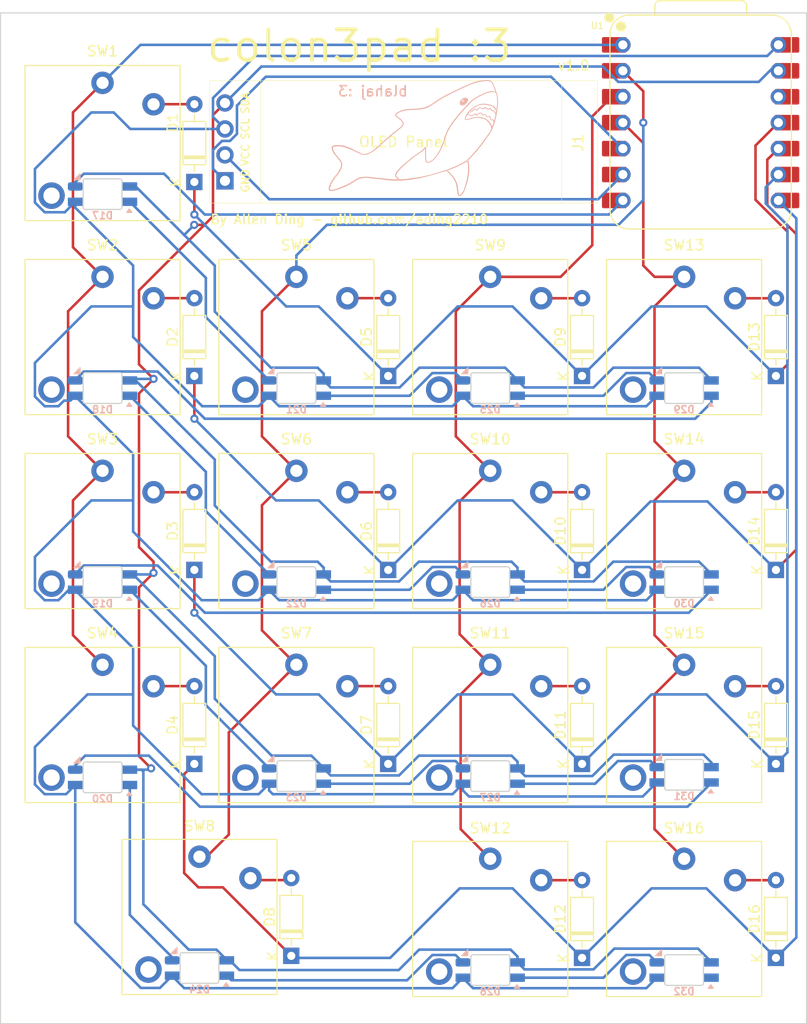
<source format=kicad_pcb>
(kicad_pcb (version 20240108) (generator "pcbnew") (generator_version "8.0")
  (layers (0 "F.Cu" signal) (31 "B.Cu" signal) (34 "B.Paste" user) (35 "F.Paste" user) (36 "B.SilkS" user "B.Silkscreen") (37 "F.SilkS" user "F.Silkscreen") (38 "B.Mask" user) (39 "F.Mask" user) (44 "Edge.Cuts" user))
  (net 0 "")
  (net 1 "/DATA")
  (net 2 "Net-(D17-DOUT)")
  (net 3 "GND")
  (net 4 "+5V")
  (net 5 "Net-(D18-DOUT)")
  (net 6 "Net-(D18-DIN)")
  (net 7 "Net-(D19-DOUT)")
  (net 8 "Net-(D19-DIN)")
  (net 9 "Net-(D20-DIN)")
  (net 10 "Net-(D20-DOUT)")
  (net 11 "Net-(D21-DOUT)")
  (net 12 "Net-(D22-DOUT)")
  (net 13 "Net-(D23-DOUT)")
  (net 14 "Net-(D24-DOUT)")
  (net 15 "Net-(D25-DOUT)")
  (net 16 "Net-(D26-DOUT)")
  (net 17 "Net-(D27-DOUT)")
  (net 18 "Net-(D28-DOUT)")
  (net 20 "Net-(D1-A)")
  (net 21 "/ROW1")
  (net 22 "/ROW2")
  (net 23 "Net-(D2-A)")
  (net 24 "Net-(D3-A)")
  (net 25 "/ROW3")
  (net 26 "/ROW4")
  (net 27 "Net-(D4-A)")
  (net 28 "Net-(D5-A)")
  (net 29 "Net-(D6-A)")
  (net 30 "Net-(D7-A)")
  (net 31 "Net-(D8-A)")
  (net 32 "Net-(D9-A)")
  (net 33 "Net-(D10-A)")
  (net 34 "Net-(D11-A)")
  (net 35 "Net-(D12-A)")
  (net 36 "Net-(D13-A)")
  (net 37 "Net-(D14-A)")
  (net 38 "Net-(D15-A)")
  (net 39 "Net-(D16-A)")
  (net 40 "/SCL")
  (net 41 "/SDA")
  (net 42 "/COL1")
  (net 43 "/COL2")
  (net 44 "/COL3")
  (net 45 "/COL4")
  (footprint "Diode_THT:D_DO-35_SOD27_P7.62mm_Horizontal" (layer "F.Cu") (at 92 57.81 90)
    (property "Reference" "D1")
    (property "Value" "D")
  )
  (footprint "Switch_Keyboard_Kailh:SW_Kailh_Choc_V2_1.00u" (layer "F.Cu") (at 102 111)
    (property "Reference" "SW7")
    (property "Value" "SW_Push")
  )
  (footprint "Switch_Keyboard_Kailh:SW_Kailh_Choc_V2_1.00u" (layer "F.Cu") (at 121 111)
    (property "Reference" "SW11")
    (property "Value" "SW_Push")
  )
  (footprint "OPL:XIAO-RP2040-DIP" (layer "F.Cu") (at 141.62 52)
    (property "Reference" "U1")
    (property "Value" "XIAO-RP2040-DIP")
  )
  (footprint "Diode_THT:D_DO-35_SOD27_P7.62mm_Horizontal" (layer "F.Cu") (at 149 114.81 90)
    (property "Reference" "D15")
    (property "Value" "D")
  )
  (footprint "KiCad-SSD1306-0.91-OLED-4pin-128x32:SSD1306-0.91-OLED-4pin-128x32" (layer "F.Cu") (at 131.5 59.885 180)
    (property "Reference" "J1")
    (property "Value" "Conn_01x04")
  )
  (footprint "Diode_THT:D_DO-35_SOD27_P7.62mm_Horizontal" (layer "F.Cu") (at 111 95.81 90)
    (property "Reference" "D6")
    (property "Value" "D")
  )
  (footprint "Switch_Keyboard_Kailh:SW_Kailh_Choc_V2_1.00u" (layer "F.Cu") (at 140 73)
    (property "Reference" "SW13")
    (property "Value" "SW_Push")
  )
  (footprint "Switch_Keyboard_Kailh:SW_Kailh_Choc_V2_1.00u" (layer "F.Cu") (at 102 92)
    (property "Reference" "SW6")
    (property "Value" "SW_Push")
  )
  (footprint "Diode_THT:D_DO-35_SOD27_P7.62mm_Horizontal" (layer "F.Cu") (at 130 95.81 90)
    (property "Reference" "D10")
    (property "Value" "D")
  )
  (footprint "Switch_Keyboard_Kailh:SW_Kailh_Choc_V2_1.00u" (layer "F.Cu") (at 102 73)
    (property "Reference" "SW5")
    (property "Value" "SW_Push")
  )
  (footprint "Switch_Keyboard_Kailh:SW_Kailh_Choc_V2_1.00u" (layer "F.Cu") (at 140 111)
    (property "Reference" "SW15")
    (property "Value" "SW_Push")
  )
  (footprint "Switch_Keyboard_Kailh:SW_Kailh_Choc_V2_1.00u" (layer "F.Cu") (at 92.5 129.8)
    (property "Reference" "SW8")
    (property "Value" "SW_Push")
  )
  (footprint "Diode_THT:D_DO-35_SOD27_P7.62mm_Horizontal" (layer "F.Cu") (at 111 114.81 90)
    (property "Reference" "D7")
    (property "Value" "D")
  )
  (footprint "Diode_THT:D_DO-35_SOD27_P7.62mm_Horizontal" (layer "F.Cu") (at 92 76.81 90)
    (property "Reference" "D2")
    (property "Value" "D")
  )
  (footprint "Diode_THT:D_DO-35_SOD27_P7.62mm_Horizontal" (layer "F.Cu") (at 101.5 133.61 90)
    (property "Reference" "D8")
    (property "Value" "D")
  )
  (footprint "Diode_THT:D_DO-35_SOD27_P7.62mm_Horizontal" (layer "F.Cu") (at 92 114.81 90)
    (property "Reference" "D4")
    (property "Value" "D")
  )
  (footprint "Switch_Keyboard_Kailh:SW_Kailh_Choc_V2_1.00u" (layer "F.Cu") (at 83 111)
    (property "Reference" "SW4")
    (property "Value" "SW_Push")
  )
  (footprint "Diode_THT:D_DO-35_SOD27_P7.62mm_Horizontal" (layer "F.Cu") (at 149 95.81 90)
    (property "Reference" "D14")
    (property "Value" "D")
  )
  (footprint "Switch_Keyboard_Kailh:SW_Kailh_Choc_V2_1.00u" (layer "F.Cu") (at 83 54)
    (property "Reference" "SW1")
    (property "Value" "SW_Push")
  )
  (footprint "Switch_Keyboard_Kailh:SW_Kailh_Choc_V2_1.00u" (layer "F.Cu") (at 140 130)
    (property "Reference" "SW16")
    (property "Value" "SW_Push")
  )
  (footprint "Diode_THT:D_DO-35_SOD27_P7.62mm_Horizontal" (layer "F.Cu") (at 111 76.81 90)
    (property "Reference" "D5")
    (property "Value" "D")
  )
  (footprint "Diode_THT:D_DO-35_SOD27_P7.62mm_Horizontal" (layer "F.Cu") (at 130 133.81 90)
    (property "Reference" "D12")
    (property "Value" "D")
  )
  (footprint "Switch_Keyboard_Kailh:SW_Kailh_Choc_V2_1.00u" (layer "F.Cu") (at 121 73)
    (property "Reference" "SW9")
    (property "Value" "SW_Push")
  )
  (footprint "Diode_THT:D_DO-35_SOD27_P7.62mm_Horizontal" (layer "F.Cu") (at 149 76.81 90)
    (property "Reference" "D13")
    (property "Value" "D")
  )
  (footprint "Diode_THT:D_DO-35_SOD27_P7.62mm_Horizontal" (layer "F.Cu") (at 130 76.81 90)
    (property "Reference" "D9")
    (property "Value" "D")
  )
  (footprint "Diode_THT:D_DO-35_SOD27_P7.62mm_Horizontal" (layer "F.Cu") (at 92 95.81 90)
    (property "Reference" "D3")
    (property "Value" "D")
  )
  (footprint "Switch_Keyboard_Kailh:SW_Kailh_Choc_V2_1.00u" (layer "F.Cu") (at 83 73)
    (property "Reference" "SW2")
    (property "Value" "SW_Push")
  )
  (footprint "Diode_THT:D_DO-35_SOD27_P7.62mm_Horizontal" (layer "F.Cu") (at 149 133.81 90)
    (property "Reference" "D16")
    (property "Value" "D")
  )
  (footprint "Switch_Keyboard_Kailh:SW_Kailh_Choc_V2_1.00u" (layer "F.Cu") (at 140 92)
    (property "Reference" "SW14")
    (property "Value" "SW_Push")
  )
  (footprint "Diode_THT:D_DO-35_SOD27_P7.62mm_Horizontal" (layer "F.Cu") (at 130 114.81 90)
    (property "Reference" "D11")
    (property "Value" "D")
  )
  (footprint "Switch_Keyboard_Kailh:SW_Kailh_Choc_V2_1.00u" (layer "F.Cu") (at 121 130)
    (property "Reference" "SW12")
    (property "Value" "SW_Push")
  )
  (footprint "Switch_Keyboard_Kailh:SW_Kailh_Choc_V2_1.00u" (layer "F.Cu") (at 121 92)
    (property "Reference" "SW10")
    (property "Value" "SW_Push")
  )
  (footprint "Switch_Keyboard_Kailh:SW_Kailh_Choc_V2_1.00u" (layer "F.Cu") (at 83 92)
    (property "Reference" "SW3")
    (property "Value" "SW_Push")
  )
  (footprint "Keebio-Parts:SK6812-MINI-E" (layer "B.Cu") (at 83 78 180)
    (property "Reference" "D18")
    (property "Value" "SK6812MINI" (hide yes))
    (fp_line (start 1.9 -1.3) (end 1.9 1.3) (stroke (width 0.12)) (layer "Edge.Cuts"))
    (fp_line (start 1.7 1.5) (end -1.7 1.5) (stroke (width 0.12)) (layer "Edge.Cuts"))
    (fp_line (start -1.7 -1.5) (end 1.7 -1.5) (stroke (width 0.12)) (layer "Edge.Cuts"))
    (fp_line (start -1.9 1.3) (end -1.9 -1.3) (stroke (width 0.12)) (layer "Edge.Cuts"))
    (fp_arc (start 1.9 1.3) (mid 1.841421 1.441421) (end 1.7 1.5) (stroke (width 0.12)) (layer "Edge.Cuts"))
    (fp_arc (start 1.7 -1.5) (mid 1.841421 -1.441421) (end 1.9 -1.3) (stroke (width 0.12)) (layer "Edge.Cuts"))
    (fp_arc (start -1.7 1.5) (mid -1.841421 1.441421) (end -1.9 1.3) (stroke (width 0.12)) (layer "Edge.Cuts"))
    (fp_arc (start -1.9 -1.3) (mid -1.841421 -1.441421) (end -1.7 -1.5) (stroke (width 0.12)) (layer "Edge.Cuts"))
  )
  (footprint "Keebio-Parts:SK6812-MINI-E" (layer "B.Cu") (at 83 97 180)
    (property "Reference" "D19")
    (property "Value" "SK6812MINI" (hide yes))
    (fp_line (start 1.9 -1.3) (end 1.9 1.3) (stroke (width 0.12)) (layer "Edge.Cuts"))
    (fp_line (start 1.7 1.5) (end -1.7 1.5) (stroke (width 0.12)) (layer "Edge.Cuts"))
    (fp_line (start -1.7 -1.5) (end 1.7 -1.5) (stroke (width 0.12)) (layer "Edge.Cuts"))
    (fp_line (start -1.9 1.3) (end -1.9 -1.3) (stroke (width 0.12)) (layer "Edge.Cuts"))
    (fp_arc (start 1.9 1.3) (mid 1.841421 1.441421) (end 1.7 1.5) (stroke (width 0.12)) (layer "Edge.Cuts"))
    (fp_arc (start 1.7 -1.5) (mid 1.841421 -1.441421) (end 1.9 -1.3) (stroke (width 0.12)) (layer "Edge.Cuts"))
    (fp_arc (start -1.7 1.5) (mid -1.841421 1.441421) (end -1.9 1.3) (stroke (width 0.12)) (layer "Edge.Cuts"))
    (fp_arc (start -1.9 -1.3) (mid -1.841421 -1.441421) (end -1.7 -1.5) (stroke (width 0.12)) (layer "Edge.Cuts"))
  )
  (footprint "Keebio-Parts:SK6812-MINI-E" (layer "B.Cu") (at 102 78 180)
    (property "Reference" "D21")
    (property "Value" "SK6812MINI" (hide yes))
    (fp_line (start 1.9 -1.3) (end 1.9 1.3) (stroke (width 0.12)) (layer "Edge.Cuts"))
    (fp_line (start 1.7 1.5) (end -1.7 1.5) (stroke (width 0.12)) (layer "Edge.Cuts"))
    (fp_line (start -1.7 -1.5) (end 1.7 -1.5) (stroke (width 0.12)) (layer "Edge.Cuts"))
    (fp_line (start -1.9 1.3) (end -1.9 -1.3) (stroke (width 0.12)) (layer "Edge.Cuts"))
    (fp_arc (start 1.9 1.3) (mid 1.841421 1.441421) (end 1.7 1.5) (stroke (width 0.12)) (layer "Edge.Cuts"))
    (fp_arc (start 1.7 -1.5) (mid 1.841421 -1.441421) (end 1.9 -1.3) (stroke (width 0.12)) (layer "Edge.Cuts"))
    (fp_arc (start -1.7 1.5) (mid -1.841421 1.441421) (end -1.9 1.3) (stroke (width 0.12)) (layer "Edge.Cuts"))
    (fp_arc (start -1.9 -1.3) (mid -1.841421 -1.441421) (end -1.7 -1.5) (stroke (width 0.12)) (layer "Edge.Cuts"))
  )
  (footprint "Keebio-Parts:SK6812-MINI-E" (layer "B.Cu") (at 140 115.875 180)
    (property "Reference" "D31")
    (property "Value" "SK6812MINI" (hide yes))
    (fp_line (start 1.9 -1.3) (end 1.9 1.3) (stroke (width 0.12)) (layer "Edge.Cuts"))
    (fp_line (start 1.7 1.5) (end -1.7 1.5) (stroke (width 0.12)) (layer "Edge.Cuts"))
    (fp_line (start -1.7 -1.5) (end 1.7 -1.5) (stroke (width 0.12)) (layer "Edge.Cuts"))
    (fp_line (start -1.9 1.3) (end -1.9 -1.3) (stroke (width 0.12)) (layer "Edge.Cuts"))
    (fp_arc (start 1.9 1.3) (mid 1.841421 1.441421) (end 1.7 1.5) (stroke (width 0.12)) (layer "Edge.Cuts"))
    (fp_arc (start 1.7 -1.5) (mid 1.841421 -1.441421) (end 1.9 -1.3) (stroke (width 0.12)) (layer "Edge.Cuts"))
    (fp_arc (start -1.7 1.5) (mid -1.841421 1.441421) (end -1.9 1.3) (stroke (width 0.12)) (layer "Edge.Cuts"))
    (fp_arc (start -1.9 -1.3) (mid -1.841421 -1.441421) (end -1.7 -1.5) (stroke (width 0.12)) (layer "Edge.Cuts"))
  )
  (footprint "Keebio-Parts:SK6812-MINI-E" (layer "B.Cu") (at 121 97 180)
    (property "Reference" "D26")
    (property "Value" "SK6812MINI" (hide yes))
    (fp_line (start 1.9 -1.3) (end 1.9 1.3) (stroke (width 0.12)) (layer "Edge.Cuts"))
    (fp_line (start 1.7 1.5) (end -1.7 1.5) (stroke (width 0.12)) (layer "Edge.Cuts"))
    (fp_line (start -1.7 -1.5) (end 1.7 -1.5) (stroke (width 0.12)) (layer "Edge.Cuts"))
    (fp_line (start -1.9 1.3) (end -1.9 -1.3) (stroke (width 0.12)) (layer "Edge.Cuts"))
    (fp_arc (start 1.9 1.3) (mid 1.841421 1.441421) (end 1.7 1.5) (stroke (width 0.12)) (layer "Edge.Cuts"))
    (fp_arc (start 1.7 -1.5) (mid 1.841421 -1.441421) (end 1.9 -1.3) (stroke (width 0.12)) (layer "Edge.Cuts"))
    (fp_arc (start -1.7 1.5) (mid -1.841421 1.441421) (end -1.9 1.3) (stroke (width 0.12)) (layer "Edge.Cuts"))
    (fp_arc (start -1.9 -1.3) (mid -1.841421 -1.441421) (end -1.7 -1.5) (stroke (width 0.12)) (layer "Edge.Cuts"))
  )
  (footprint "LOGO" (layer "B.Cu") (at 113.5 53.5 180)
    (property "Reference" "G***" (hide yes))
    (property "Value" "LOGO" (hide yes))
  )
  (footprint "Keebio-Parts:SK6812-MINI-E" (layer "B.Cu") (at 140 135 180)
    (property "Reference" "D32")
    (property "Value" "SK6812MINI" (hide yes))
    (fp_line (start 1.9 -1.3) (end 1.9 1.3) (stroke (width 0.12)) (layer "Edge.Cuts"))
    (fp_line (start 1.7 1.5) (end -1.7 1.5) (stroke (width 0.12)) (layer "Edge.Cuts"))
    (fp_line (start -1.7 -1.5) (end 1.7 -1.5) (stroke (width 0.12)) (layer "Edge.Cuts"))
    (fp_line (start -1.9 1.3) (end -1.9 -1.3) (stroke (width 0.12)) (layer "Edge.Cuts"))
    (fp_arc (start 1.9 1.3) (mid 1.841421 1.441421) (end 1.7 1.5) (stroke (width 0.12)) (layer "Edge.Cuts"))
    (fp_arc (start 1.7 -1.5) (mid 1.841421 -1.441421) (end 1.9 -1.3) (stroke (width 0.12)) (layer "Edge.Cuts"))
    (fp_arc (start -1.7 1.5) (mid -1.841421 1.441421) (end -1.9 1.3) (stroke (width 0.12)) (layer "Edge.Cuts"))
    (fp_arc (start -1.9 -1.3) (mid -1.841421 -1.441421) (end -1.7 -1.5) (stroke (width 0.12)) (layer "Edge.Cuts"))
  )
  (footprint "Keebio-Parts:SK6812-MINI-E" (layer "B.Cu") (at 121 78 180)
    (property "Reference" "D25")
    (property "Value" "SK6812MINI" (hide yes))
    (fp_line (start 1.9 -1.3) (end 1.9 1.3) (stroke (width 0.12)) (layer "Edge.Cuts"))
    (fp_line (start 1.7 1.5) (end -1.7 1.5) (stroke (width 0.12)) (layer "Edge.Cuts"))
    (fp_line (start -1.7 -1.5) (end 1.7 -1.5) (stroke (width 0.12)) (layer "Edge.Cuts"))
    (fp_line (start -1.9 1.3) (end -1.9 -1.3) (stroke (width 0.12)) (layer "Edge.Cuts"))
    (fp_arc (start 1.9 1.3) (mid 1.841421 1.441421) (end 1.7 1.5) (stroke (width 0.12)) (layer "Edge.Cuts"))
    (fp_arc (start 1.7 -1.5) (mid 1.841421 -1.441421) (end 1.9 -1.3) (stroke (width 0.12)) (layer "Edge.Cuts"))
    (fp_arc (start -1.7 1.5) (mid -1.841421 1.441421) (end -1.9 1.3) (stroke (width 0.12)) (layer "Edge.Cuts"))
    (fp_arc (start -1.9 -1.3) (mid -1.841421 -1.441421) (end -1.7 -1.5) (stroke (width 0.12)) (layer "Edge.Cuts"))
  )
  (footprint "Keebio-Parts:SK6812-MINI-E" (layer "B.Cu") (at 102 116 180)
    (property "Reference" "D23")
    (property "Value" "SK6812MINI" (hide yes))
    (fp_line (start 1.9 -1.3) (end 1.9 1.3) (stroke (width 0.12)) (layer "Edge.Cuts"))
    (fp_line (start 1.7 1.5) (end -1.7 1.5) (stroke (width 0.12)) (layer "Edge.Cuts"))
    (fp_line (start -1.7 -1.5) (end 1.7 -1.5) (stroke (width 0.12)) (layer "Edge.Cuts"))
    (fp_line (start -1.9 1.3) (end -1.9 -1.3) (stroke (width 0.12)) (layer "Edge.Cuts"))
    (fp_arc (start 1.9 1.3) (mid 1.841421 1.441421) (end 1.7 1.5) (stroke (width 0.12)) (layer "Edge.Cuts"))
    (fp_arc (start 1.7 -1.5) (mid 1.841421 -1.441421) (end 1.9 -1.3) (stroke (width 0.12)) (layer "Edge.Cuts"))
    (fp_arc (start -1.7 1.5) (mid -1.841421 1.441421) (end -1.9 1.3) (stroke (width 0.12)) (layer "Edge.Cuts"))
    (fp_arc (start -1.9 -1.3) (mid -1.841421 -1.441421) (end -1.7 -1.5) (stroke (width 0.12)) (layer "Edge.Cuts"))
  )
  (footprint "Keebio-Parts:SK6812-MINI-E" (layer "B.Cu") (at 140 78 180)
    (property "Reference" "D29")
    (property "Value" "SK6812MINI" (hide yes))
    (fp_line (start 1.9 -1.3) (end 1.9 1.3) (stroke (width 0.12)) (layer "Edge.Cuts"))
    (fp_line (start 1.7 1.5) (end -1.7 1.5) (stroke (width 0.12)) (layer "Edge.Cuts"))
    (fp_line (start -1.7 -1.5) (end 1.7 -1.5) (stroke (width 0.12)) (layer "Edge.Cuts"))
    (fp_line (start -1.9 1.3) (end -1.9 -1.3) (stroke (width 0.12)) (layer "Edge.Cuts"))
    (fp_arc (start 1.9 1.3) (mid 1.841421 1.441421) (end 1.7 1.5) (stroke (width 0.12)) (layer "Edge.Cuts"))
    (fp_arc (start 1.7 -1.5) (mid 1.841421 -1.441421) (end 1.9 -1.3) (stroke (width 0.12)) (layer "Edge.Cuts"))
    (fp_arc (start -1.7 1.5) (mid -1.841421 1.441421) (end -1.9 1.3) (stroke (width 0.12)) (layer "Edge.Cuts"))
    (fp_arc (start -1.9 -1.3) (mid -1.841421 -1.441421) (end -1.7 -1.5) (stroke (width 0.12)) (layer "Edge.Cuts"))
  )
  (footprint "Keebio-Parts:SK6812-MINI-E" (layer "B.Cu") (at 92.5 134.8 180)
    (property "Reference" "D24")
    (property "Value" "SK6812MINI" (hide yes))
    (fp_line (start 1.9 -1.3) (end 1.9 1.3) (stroke (width 0.12)) (layer "Edge.Cuts"))
    (fp_line (start 1.7 1.5) (end -1.7 1.5) (stroke (width 0.12)) (layer "Edge.Cuts"))
    (fp_line (start -1.7 -1.5) (end 1.7 -1.5) (stroke (width 0.12)) (layer "Edge.Cuts"))
    (fp_line (start -1.9 1.3) (end -1.9 -1.3) (stroke (width 0.12)) (layer "Edge.Cuts"))
    (fp_arc (start 1.9 1.3) (mid 1.841421 1.441421) (end 1.7 1.5) (stroke (width 0.12)) (layer "Edge.Cuts"))
    (fp_arc (start 1.7 -1.5) (mid 1.841421 -1.441421) (end 1.9 -1.3) (stroke (width 0.12)) (layer "Edge.Cuts"))
    (fp_arc (start -1.7 1.5) (mid -1.841421 1.441421) (end -1.9 1.3) (stroke (width 0.12)) (layer "Edge.Cuts"))
    (fp_arc (start -1.9 -1.3) (mid -1.841421 -1.441421) (end -1.7 -1.5) (stroke (width 0.12)) (layer "Edge.Cuts"))
  )
  (footprint "Keebio-Parts:SK6812-MINI-E" (layer "B.Cu") (at 83 116.125 180)
    (property "Reference" "D20")
    (property "Value" "SK6812MINI" (hide yes))
    (fp_line (start 1.9 -1.3) (end 1.9 1.3) (stroke (width 0.12)) (layer "Edge.Cuts"))
    (fp_line (start 1.7 1.5) (end -1.7 1.5) (stroke (width 0.12)) (layer "Edge.Cuts"))
    (fp_line (start -1.7 -1.5) (end 1.7 -1.5) (stroke (width 0.12)) (layer "Edge.Cuts"))
    (fp_line (start -1.9 1.3) (end -1.9 -1.3) (stroke (width 0.12)) (layer "Edge.Cuts"))
    (fp_arc (start 1.9 1.3) (mid 1.841421 1.441421) (end 1.7 1.5) (stroke (width 0.12)) (layer "Edge.Cuts"))
    (fp_arc (start 1.7 -1.5) (mid 1.841421 -1.441421) (end 1.9 -1.3) (stroke (width 0.12)) (layer "Edge.Cuts"))
    (fp_arc (start -1.7 1.5) (mid -1.841421 1.441421) (end -1.9 1.3) (stroke (width 0.12)) (layer "Edge.Cuts"))
    (fp_arc (start -1.9 -1.3) (mid -1.841421 -1.441421) (end -1.7 -1.5) (stroke (width 0.12)) (layer "Edge.Cuts"))
  )
  (footprint "Keebio-Parts:SK6812-MINI-E" (layer "B.Cu") (at 121 135 180)
    (property "Reference" "D28")
    (property "Value" "SK6812MINI" (hide yes))
    (fp_line (start 1.9 -1.3) (end 1.9 1.3) (stroke (width 0.12)) (layer "Edge.Cuts"))
    (fp_line (start 1.7 1.5) (end -1.7 1.5) (stroke (width 0.12)) (layer "Edge.Cuts"))
    (fp_line (start -1.7 -1.5) (end 1.7 -1.5) (stroke (width 0.12)) (layer "Edge.Cuts"))
    (fp_line (start -1.9 1.3) (end -1.9 -1.3) (stroke (width 0.12)) (layer "Edge.Cuts"))
    (fp_arc (start 1.9 1.3) (mid 1.841421 1.441421) (end 1.7 1.5) (stroke (width 0.12)) (layer "Edge.Cuts"))
    (fp_arc (start 1.7 -1.5) (mid 1.841421 -1.441421) (end 1.9 -1.3) (stroke (width 0.12)) (layer "Edge.Cuts"))
    (fp_arc (start -1.7 1.5) (mid -1.841421 1.441421) (end -1.9 1.3) (stroke (width 0.12)) (layer "Edge.Cuts"))
    (fp_arc (start -1.9 -1.3) (mid -1.841421 -1.441421) (end -1.7 -1.5) (stroke (width 0.12)) (layer "Edge.Cuts"))
  )
  (footprint "Keebio-Parts:SK6812-MINI-E" (layer "B.Cu") (at 121 116 180)
    (property "Reference" "D27")
    (property "Value" "SK6812MINI" (hide yes))
    (fp_line (start 1.9 -1.3) (end 1.9 1.3) (stroke (width 0.12)) (layer "Edge.Cuts"))
    (fp_line (start 1.7 1.5) (end -1.7 1.5) (stroke (width 0.12)) (layer "Edge.Cuts"))
    (fp_line (start -1.7 -1.5) (end 1.7 -1.5) (stroke (width 0.12)) (layer "Edge.Cuts"))
    (fp_line (start -1.9 1.3) (end -1.9 -1.3) (stroke (width 0.12)) (layer "Edge.Cuts"))
    (fp_arc (start 1.9 1.3) (mid 1.841421 1.441421) (end 1.7 1.5) (stroke (width 0.12)) (layer "Edge.Cuts"))
    (fp_arc (start 1.7 -1.5) (mid 1.841421 -1.441421) (end 1.9 -1.3) (stroke (width 0.12)) (layer "Edge.Cuts"))
    (fp_arc (start -1.7 1.5) (mid -1.841421 1.441421) (end -1.9 1.3) (stroke (width 0.12)) (layer "Edge.Cuts"))
    (fp_arc (start -1.9 -1.3) (mid -1.841421 -1.441421) (end -1.7 -1.5) (stroke (width 0.12)) (layer "Edge.Cuts"))
  )
  (footprint "Keebio-Parts:SK6812-MINI-E" (layer "B.Cu") (at 102 97 180)
    (property "Reference" "D22")
    (property "Value" "SK6812MINI" (hide yes))
    (fp_line (start 1.9 -1.3) (end 1.9 1.3) (stroke (width 0.12)) (layer "Edge.Cuts"))
    (fp_line (start 1.7 1.5) (end -1.7 1.5) (stroke (width 0.12)) (layer "Edge.Cuts"))
    (fp_line (start -1.7 -1.5) (end 1.7 -1.5) (stroke (width 0.12)) (layer "Edge.Cuts"))
    (fp_line (start -1.9 1.3) (end -1.9 -1.3) (stroke (width 0.12)) (layer "Edge.Cuts"))
    (fp_arc (start 1.9 1.3) (mid 1.841421 1.441421) (end 1.7 1.5) (stroke (width 0.12)) (layer "Edge.Cuts"))
    (fp_arc (start 1.7 -1.5) (mid 1.841421 -1.441421) (end 1.9 -1.3) (stroke (width 0.12)) (layer "Edge.Cuts"))
    (fp_arc (start -1.7 1.5) (mid -1.841421 1.441421) (end -1.9 1.3) (stroke (width 0.12)) (layer "Edge.Cuts"))
    (fp_arc (start -1.9 -1.3) (mid -1.841421 -1.441421) (end -1.7 -1.5) (stroke (width 0.12)) (layer "Edge.Cuts"))
  )
  (footprint "Keebio-Parts:SK6812-MINI-E" (layer "B.Cu") (at 83 59 180)
    (property "Reference" "D17")
    (property "Value" "SK6812MINI" (hide yes))
    (fp_line (start 1.9 -1.3) (end 1.9 1.3) (stroke (width 0.12)) (layer "Edge.Cuts"))
    (fp_line (start 1.7 1.5) (end -1.7 1.5) (stroke (width 0.12)) (layer "Edge.Cuts"))
    (fp_line (start -1.7 -1.5) (end 1.7 -1.5) (stroke (width 0.12)) (layer "Edge.Cuts"))
    (fp_line (start -1.9 1.3) (end -1.9 -1.3) (stroke (width 0.12)) (layer "Edge.Cuts"))
    (fp_arc (start 1.9 1.3) (mid 1.841421 1.441421) (end 1.7 1.5) (stroke (width 0.12)) (layer "Edge.Cuts"))
    (fp_arc (start 1.7 -1.5) (mid 1.841421 -1.441421) (end 1.9 -1.3) (stroke (width 0.12)) (layer "Edge.Cuts"))
    (fp_arc (start -1.7 1.5) (mid -1.841421 1.441421) (end -1.9 1.3) (stroke (width 0.12)) (layer "Edge.Cuts"))
    (fp_arc (start -1.9 -1.3) (mid -1.841421 -1.441421) (end -1.7 -1.5) (stroke (width 0.12)) (layer "Edge.Cuts"))
  )
  (footprint "Keebio-Parts:SK6812-MINI-E" (layer "B.Cu") (at 140 97 180)
    (property "Reference" "D30")
    (property "Value" "SK6812MINI" (hide yes))
    (fp_line (start 1.9 -1.3) (end 1.9 1.3) (stroke (width 0.12)) (layer "Edge.Cuts"))
    (fp_line (start 1.7 1.5) (end -1.7 1.5) (stroke (width 0.12)) (layer "Edge.Cuts"))
    (fp_line (start -1.7 -1.5) (end 1.7 -1.5) (stroke (width 0.12)) (layer "Edge.Cuts"))
    (fp_line (start -1.9 1.3) (end -1.9 -1.3) (stroke (width 0.12)) (layer "Edge.Cuts"))
    (fp_arc (start 1.9 1.3) (mid 1.841421 1.441421) (end 1.7 1.5) (stroke (width 0.12)) (layer "Edge.Cuts"))
    (fp_arc (start 1.7 -1.5) (mid 1.841421 -1.441421) (end 1.9 -1.3) (stroke (width 0.12)) (layer "Edge.Cuts"))
    (fp_arc (start -1.7 1.5) (mid -1.841421 1.441421) (end -1.9 1.3) (stroke (width 0.12)) (layer "Edge.Cuts"))
    (fp_arc (start -1.9 -1.3) (mid -1.841421 -1.441421) (end -1.7 -1.5) (stroke (width 0.12)) (layer "Edge.Cuts"))
  )
  (gr_rect (start 73 41.25) (end 152 140.25) (stroke (width 0.1)) (fill none) (layer "Edge.Cuts"))
  (gr_text "blahaj :3" (at 113 49.5 0) (layer "B.SilkS") (effects (font (size 1 1)) (justify left bottom mirror)))
  (gr_text "colon3pad :3" (at 93 46.25 0) (layer "F.SilkS") (effects (font (size 3 3) (thickness 0.375)) (justify left bottom)))
  (gr_text "By Allen Ding - github.com/ading2210" (at 93.5 62 0) (layer "F.SilkS") (effects (font (size 0.9 0.9)) (justify left bottom)))
  (gr_text "v1.0" (at 127.5 47 0) (layer "F.SilkS") (effects (font (size 1 1)) (justify left bottom)))
  (segment (start 93.025305 61) (end 89.025305 57) (width 0.25) (layer "B.Cu") (net 1))
  (segment (start 81.165 57) (end 80.325 57.84) (width 0.25) (layer "B.Cu") (net 1))
  (segment (start 134 59.62) (end 132.62 61) (width 0.25) (layer "B.Cu") (net 1))
  (segment (start 132.62 61) (end 93.025305 61) (width 0.25) (layer "B.Cu") (net 1))
  (segment (start 89.025305 57) (end 81.165 57) (width 0.25) (layer "B.Cu") (net 1))
  (segment (start 80.325 57.84) (end 80.325 58.25) (width 0.25) (layer "B.Cu") (net 1))
  (segment (start 93.125 67.2) (end 93.125 71.05) (width 0.25) (layer "B.Cu") (net 2))
  (segment (start 85.675 59.75) (end 93.125 67.2) (width 0.25) (layer "B.Cu") (net 2))
  (segment (start 93.125 71.05) (end 99.325 77.25) (width 0.25) (layer "B.Cu") (net 2))
  (segment (start 92.987347 62.012653) (end 86.575 68.425) (width 0.25) (layer "F.Cu") (net 3))
  (segment (start 87.758597 115.241403) (end 86.575 114.057806) (width 0.25) (layer "F.Cu") (net 3))
  (segment (start 86.575 97.523176) (end 88 96.098176) (width 0.25) (layer "F.Cu") (net 3))
  (segment (start 86.575 93.575) (end 86.575 78.523176) (width 0.25) (layer "F.Cu") (net 3))
  (segment (start 93.825 51.25) (end 93.825 61.175) (width 0.25) (layer "F.Cu") (net 3))
  (segment (start 95 50.075) (end 93.825 51.25) (width 0.25) (layer "F.Cu") (net 3))
  (segment (start 88 95) (end 86.575 93.575) (width 0.25) (layer "F.Cu") (net 3))
  (segment (start 93.825 61.175) (end 92.987347 62.012653) (width 0.25) (layer "F.Cu") (net 3))
  (segment (start 88 96.098176) (end 88 95) (width 0.25) (layer "F.Cu") (net 3))
  (segment (start 86.575 75.673176) (end 88 77.098176) (width 0.25) (layer "F.Cu") (net 3))
  (segment (start 86.575 68.425) (end 86.575 75.673176) (width 0.25) (layer "F.Cu") (net 3))
  (segment (start 92.987347 62.012653) (end 91.987347 62.012653) (width 0.25) (layer "F.Cu") (net 3))
  (segment (start 86.575 114.057806) (end 86.575 97.523176) (width 0.25) (layer "F.Cu") (net 3))
  (segment (start 86.575 78.523176) (end 88 77.098176) (width 0.25) (layer "F.Cu") (net 3))
  (via (at 87.758597 115.241403) (size 0.8) (drill 0.4) (layers "F.Cu" "B.Cu") (net 3))
  (via (at 88 77.098176) (size 0.8) (drill 0.4) (layers "F.Cu" "B.Cu") (net 3))
  (via (at 88 96.098176) (size 0.8) (drill 0.4) (layers "F.Cu" "B.Cu") (net 3))
  (via (at 91.987347 62.012653) (size 0.8) (drill 0.4) (layers "F.Cu" "B.Cu") (net 3))
  (segment (start 112.065 115.935) (end 105.36 115.935) (width 0.25) (layer "B.Cu") (net 3))
  (segment (start 131.125 96.935) (end 124.36 96.935) (width 0.25) (layer "B.Cu") (net 3))
  (segment (start 95.175 134.05) (end 95.175 134.011027) (width 0.25) (layer "B.Cu") (net 3))
  (segment (start 104.085 95) (end 99.5 95) (width 0.25) (layer "B.Cu") (net 3))
  (segment (start 94 89.5) (end 94 85) (width 0.25) (layer "B.Cu") (net 3))
  (segment (start 94 85) (end 86.25 77.25) (width 0.25) (layer "B.Cu") (net 3))
  (segment (start 86.25 58.25) (end 85.675 58.25) (width 0.25) (layer "B.Cu") (net 3))
  (segment (start 85.675 96.25) (end 87.848176 96.25) (width 0.25) (layer "B.Cu") (net 3))
  (segment (start 112.065 96.935) (end 105.36 96.935) (width 0.25) (layer "B.Cu") (net 3))
  (segment (start 104.675 95.59) (end 104.085 95) (width 0.25) (layer "B.Cu") (net 3))
  (segment (start 142.675 96.211027) (end 141.463973 95) (width 0.25) (layer "B.Cu") (net 3))
  (segment (start 124.425 116) (end 123.675 115.25) (width 0.25) (layer "B.Cu") (net 3))
  (segment (start 94 108.425) (end 94 104.26) (width 0.25) (layer "B.Cu") (net 3))
  (segment (start 87.848176 96.25) (end 88 96.098176) (width 0.25) (layer "B.Cu") (net 3))
  (segment (start 104.675 76.59) (end 104.085 76) (width 0.25) (layer "B.Cu") (net 3))
  (segment (start 123.675 114.59) (end 123.085 114) (width 0.25) (layer "B.Cu") (net 3))
  (segment (start 142.675 134.211027) (end 141.363973 132.9) (width 0.25) (layer "B.Cu") (net 3))
  (segment (start 123.675 96.25) (end 123.675 95.59) (width 0.25) (layer "B.Cu") (net 3))
  (segment (start 131 116) (end 124.425 116) (width 0.25) (layer "B.Cu") (net 3))
  (segment (start 133.1 113.9) (end 131 116) (width 0.25) (layer "B.Cu") (net 3))
  (segment (start 124.36 134.935) (end 123.675 134.25) (width 0.25) (layer "B.Cu") (net 3))
  (segment (start 123.675 134.25) (end 123.675 133.675) (width 0.25) (layer "B.Cu") (net 3))
  (segment (start 141.463973 95) (end 133.06 95) (width 0.25) (layer "B.Cu") (net 3))
  (segment (start 123.675 133.675) (end 123 133) (width 0.25) (layer "B.Cu") (net 3))
  (segment (start 94.163973 133) (end 91.44939 133) (width 0.25) (layer "B.Cu") (net 3))
  (segment (start 123.675 77.25) (end 123.675 77.211027) (width 0.25) (layer "B.Cu") (net 3))
  (segment (start 142.675 77.25) (end 142.675 77.211027) (width 0.25) (layer "B.Cu") (net 3))
  (segment (start 114.06 76) (end 112.125 77.935) (width 0.25) (layer "B.Cu") (net 3))
  (segment (start 112.125 77.935) (end 105.36 77.935) (width 0.25) (layer "B.Cu") (net 3))
  (segment (start 124.36 96.935) (end 123.675 96.25) (width 0.25) (layer "B.Cu") (net 3))
  (segment (start 123.085 95) (end 114 95) (width 0.25) (layer "B.Cu") (net 3))
  (segment (start 147.313 48.007) (end 133.549749 48.007) (width 0.25) (layer "B.Cu") (net 3))
  (segment (start 87 128.55061) (end 87 115.551396) (width 0.25) (layer "B.Cu") (net 3))
  (segment (start 122.463973 76) (end 114.06 76) (width 0.25) (layer "B.Cu") (net 3))
  (segment (start 141.9 113.9) (end 133.1 113.9) (width 0.25) (layer "B.Cu") (net 3))
  (segment (start 103.463973 114) (end 99.575 114) (width 0.25) (layer "B.Cu") (net 3))
  (segment (start 95.175 134.011027) (end 94.163973 133) (width 0.25) (layer "B.Cu") (net 3))
  (segment (start 124.36 77.935) (end 123.675 77.25) (width 0.25) (layer "B.Cu") (net 3))
  (segment (start 87.625 115.375) (end 87.758597 115.241403) (width 0.25) (layer "B.Cu") (net 3))
  (segment (start 104.675 115.211027) (end 103.463973 114) (width 0.25) (layer "B.Cu") (net 3))
  (segment (start 94 104.26) (end 85.99 96.25) (width 0.25) (layer "B.Cu") (net 3))
  (segment (start 91.987347 62.012653) (end 91 63) (width 0.25) (layer "B.Cu") (net 3))
  (segment (start 114.03 133) (end 112.03 135) (width 0.25) (layer "B.Cu") (net 3))
  (segment (start 141.463973 76) (end 133.06 76) (width 0.25) (layer "B.Cu") (net 3))
  (segment (start 94 70.5) (end 94 66) (width 0.25) (layer "B.Cu") (net 3))
  (segment (start 85.675 115.375) (end 87.625 115.375) (width 0.25) (layer "B.Cu") (net 3))
  (segment (start 123.085 114) (end 114 114) (width 0.25) (layer "B.Cu") (net 3))
  (segment (start 123 133) (end 114.03 133) (width 0.25) (layer "B.Cu") (net 3))
  (segment (start 142.675 115.125) (end 142.675 114.675) (width 0.25) (layer "B.Cu") (net 3))
  (segment (start 142.675 114.675) (end 141.9 113.9) (width 0.25) (layer "B.Cu") (net 3))
  (segment (start 104.675 77.25) (end 104.675 76.59) (width 0.25) (layer "B.Cu") (net 3))
  (segment (start 132.042749 46.5) (end 98.575 46.5) (width 0.25) (layer "B.Cu") (net 3))
  (segment (start 105.36 96.935) (end 104.675 96.25) (width 0.25) (layer "B.Cu") (net 3))
  (segment (start 123.675 115.25) (end 123.675 114.59) (width 0.25) (layer "B.Cu") (net 3))
  (segment (start 133.16 132.9) (end 131.125 134.935) (width 0.25) (layer "B.Cu") (net 3))
  (segment (start 148.82 46.5) (end 147.313 48.007) (width 0.25) (layer "B.Cu") (net 3))
  (segment (start 133.06 95) (end 131.125 96.935) (width 0.25) (layer "B.Cu") (net 3))
  (segment (start 123.675 95.59) (end 123.085 95) (width 0.25) (layer "B.Cu") (net 3))
  (segment (start 86.25 77.25) (end 85.675 77.25) (width 0.25) (layer "B.Cu") (net 3))
  (segment (start 123.675 77.211027) (end 122.463973 76) (width 0.25) (layer "B.Cu") (net 3))
  (segment (start 104.675 96.25) (end 104.675 95.59) (width 0.25) (layer "B.Cu") (net 3))
  (segment (start 99.5 76) (end 94 70.5) (width 0.25) (layer "B.Cu") (net 3))
  (segment (start 105.36 77.935) (end 104.675 77.25) (width 0.25) (layer "B.Cu") (net 3))
  (segment (start 104.085 76) (end 99.5 76) (width 0.25) (layer "B.Cu") (net 3))
  (segment (start 85.826824 77.098176) (end 85.675 77.25) (width 0.25) (layer "B.Cu") (net 3))
  (segment (start 99.575 114) (end 94 108.425) (width 0.25) (layer "B.Cu") (net 3))
  (segment (start 149.24 46.92) (end 148.82 46.5) (width 0.25) (layer "B.Cu") (net 3))
  (segment (start 131.125 77.935) (end 124.36 77.935) (width 0.25) (layer "B.Cu") (net 3))
  (segment (start 112.03 135) (end 96.425 135) (width 0.25) (layer "B.Cu") (net 3))
  (segment (start 133.549749 48.007) (end 132.042749 46.5) (width 0.25) (layer "B.Cu") (net 3))
  (segment (start 133.06 76) (end 131.125 77.935) (width 0.25) (layer "B.Cu") (net 3))
  (segment (start 142.675 134.25) (end 142.675 134.211027) (width 0.25) (layer "B.Cu") (net 3))
  (segment (start 98.575 46.5) (end 95 50.075) (width 0.25) (layer "B.Cu") (net 3))
  (segment (start 86.823604 115.375) (end 85.675 115.375) (width 0.25) (layer "B.Cu") (net 3))
  (segment (start 142.675 77.211027) (end 141.463973 76) (width 0.25) (layer "B.Cu") (net 3))
  (segment (start 91 63) (end 86.25 58.25) (width 0.25) (layer "B.Cu") (net 3))
  (segment (start 94 66) (end 91 63) (width 0.25) (layer "B.Cu") (net 3))
  (segment (start 104.675 115.25) (end 104.675 115.211027) (width 0.25) (layer "B.Cu") (net 3))
  (segment (start 88 77.098176) (end 85.826824 77.098176) (width 0.25) (layer "B.Cu") (net 3))
  (segment (start 96.425 135) (end 95.475 134.05) (width 0.25) (layer "B.Cu") (net 3))
  (segment (start 114 95) (end 112.065 96.935) (width 0.25) (layer "B.Cu") (net 3))
  (segment (start 87 115.551396) (end 86.823604 115.375) (width 0.25) (layer "B.Cu") (net 3))
  (segment (start 105.36 115.935) (end 104.675 115.25) (width 0.25) (layer "B.Cu") (net 3))
  (segment (start 131.125 134.935) (end 124.36 134.935) (width 0.25) (layer "B.Cu") (net 3))
  (segment (start 99.5 95) (end 94 89.5) (width 0.25) (layer "B.Cu") (net 3))
  (segment (start 141.363973 132.9) (end 133.16 132.9) (width 0.25) (layer "B.Cu") (net 3))
  (segment (start 91.44939 133) (end 87 128.55061) (width 0.25) (layer "B.Cu") (net 3))
  (segment (start 142.675 96.25) (end 142.675 96.211027) (width 0.25) (layer "B.Cu") (net 3))
  (segment (start 95.475 134.05) (end 95.175 134.05) (width 0.25) (layer "B.Cu") (net 3))
  (segment (start 114 114) (end 112.065 115.935) (width 0.25) (layer "B.Cu") (net 3))
  (segment (start 135.95 118) (end 137.325 116.625) (width 0.25) (layer "B.Cu") (net 4))
  (segment (start 117.3 117.775) (end 118.325 116.75) (width 0.25) (layer "B.Cu") (net 4))
  (segment (start 98.3 98.775) (end 92.715 98.775) (width 0.25) (layer "B.Cu") (net 4))
  (segment (start 86 92.06) (end 86 89) (width 0.25) (layer "B.Cu") (net 4))
  (segment (start 99.325 78.788973) (end 99.325 78.75) (width 0.25) (layer "B.Cu") (net 4))
  (segment (start 79.850951 79.224049) (end 80.325 78.75) (width 0.25) (layer "B.Cu") (net 4))
  (segment (start 77.326902 117.775) (end 76.375 116.823098) (width 0.25) (layer "B.Cu") (net 4))
  (segment (start 118.325 135.788973) (end 119.311027 136.775) (width 0.25) (layer "B.Cu") (net 4))
  (segment (start 91.011027 136.775) (end 89.825 135.588973) (width 0.25) (layer "B.Cu") (net 4))
  (segment (start 89.825 135.588973) (end 89.825 135.55) (width 0.25) (layer "B.Cu") (net 4))
  (segment (start 86 89) (end 86 88) (width 0.25) (layer "B.Cu") (net 4))
  (segment (start 117.3 79.775) (end 100.311027 79.775) (width 0.25) (layer "B.Cu") (net 4))
  (segment (start 95 52.615) (end 85.716219 52.615) (width 0.25) (layer "B.Cu") (net 4))
  (segment (start 98.3 79.775) (end 92.775 79.775) (width 0.25) (layer "B.Cu") (net 4))
  (segment (start 90.325 135.75) (end 90.325 135.788973) (width 0.25) (layer "B.Cu") (net 4))
  (segment (start 118.325 135.75) (end 117.3 136.775) (width 0.25) (layer "B.Cu") (net 4))
  (segment (start 80.325 116.875) (end 79.425 117.775) (width 0.25) (layer "B.Cu") (net 4))
  (segment (start 78.673098 98.775) (end 79.698098 97.75) (width 0.25) (layer "B.Cu") (net 4))
  (segment (start 76.375 59.823098) (end 77.326902 60.775) (width 0.25) (layer "B.Cu") (net 4))
  (segment (start 84.101219 51) (end 81.898781 51) (width 0.25) (layer "B.Cu") (net 4))
  (segment (start 118.325 116.75) (end 118.325 117.41) (width 0.25) (layer "B.Cu") (net 4))
  (segment (start 118.325 117.41) (end 118.915 118) (width 0.25) (layer "B.Cu") (net 4))
  (segment (start 98.3 117.775) (end 92.715 117.775) (width 0.25) (layer "B.Cu") (net 4))
  (segment (start 149.24 44.38) (end 148.153 45.467) (width 0.25) (layer "B.Cu") (net 4))
  (segment (start 118.325 97.75) (end 118.325 97.788973) (width 0.25) (layer "B.Cu") (net 4))
  (segment (start 89.825 135.55) (end 88.625 136.75) (width 0.25) (layer "B.Cu") (net 4))
  (segment (start 99.325 97.788973) (end 99.325 97.75) (width 0.25) (layer "B.Cu") (net 4))
  (segment (start 76.375 94.523781) (end 76.375 97.823098) (width 0.25) (layer "B.Cu") (net 4))
  (segment (start 118.915 118) (end 135.95 118) (width 0.25) (layer "B.Cu") (net 4))
  (segment (start 100.311027 79.775) (end 99.325 78.788973) (width 0.25) (layer "B.Cu") (net 4))
  (segment (start 119.311027 98.775) (end 136.3 98.775) (width 0.25) (layer "B.Cu") (net 4))
  (segment (start 86 70) (end 86 66) (width 0.25) (layer "B.Cu") (net 4))
  (segment (start 79.224049 79.224049) (end 78.673098 79.775) (width 0.25) (layer "B.Cu") (net 4))
  (segment (start 119.311027 136.775) (end 136.3 136.775) (width 0.25) (layer "B.Cu") (net 4))
  (segment (start 77.326902 79.775) (end 76.375 78.823098) (width 0.25) (layer "B.Cu") (net 4))
  (segment (start 86 66) (end 80.325 60.325) (width 0.25) (layer "B.Cu") (net 4))
  (segment (start 99.325 116.75) (end 98.3 117.775) (width 0.25) (layer "B.Cu") (net 4))
  (segment (start 80.325 97.788973) (end 80.325 97.75) (width 0.25) (layer "B.Cu") (net 4))
  (segment (start 76.375 78.823098) (end 76.375 75.523781) (width 0.25) (layer "B.Cu") (net 4))
  (segment (start 92.775 79.775) (end 86 73) (width 0.25) (layer "B.Cu") (net 4))
  (segment (start 76.375 113.15) (end 81.525 108) (width 0.25) (layer "B.Cu") (net 4))
  (segment (start 86 111.06) (end 86 108) (width 0.25) (layer "B.Cu") (net 4))
  (segment (start 76.375 116.823098) (end 76.375 113.15) (width 0.25) (layer "B.Cu") (net 4))
  (segment (start 81.525 108) (end 86 108) (width 0.25) (layer "B.Cu") (net 4))
  (segment (start 76.375 97.823098) (end 77.326902 98.775) (width 0.25) (layer "B.Cu") (net 4))
  (segment (start 93.825 49.588299) (end 93.825 51.44) (width 0.25) (layer "B.Cu") (net 4))
  (segment (start 117.3 136.775) (end 91.011027 136.775) (width 0.25) (layer "B.Cu") (net 4))
  (segment (start 80.325 78.788973) (end 80.325 78.75) (width 0.25) (layer "B.Cu") (net 4))
  (segment (start 93.825 51.44) (end 95 52.615) (width 0.25) (layer "B.Cu") (net 4))
  (segment (start 78.673098 79.775) (end 77.326902 79.775) (width 0.25) (layer "B.Cu") (net 4))
  (segment (start 86 88) (end 86 84.463973) (width 0.25) (layer "B.Cu") (net 4))
  (segment (start 86 84.463973) (end 80.325 78.788973) (width 0.25) (layer "B.Cu") (net 4))
  (segment (start 92.715 98.775) (end 86 92.06) (width 0.25) (layer "B.Cu") (net 4))
  (segment (start 79.698098 97.75) (end 80.325 97.75) (width 0.25) (layer "B.Cu") (net 4))
  (segment (start 77.326902 98.775) (end 78.673098 98.775) (width 0.25) (layer "B.Cu") (net 4))
  (segment (start 117.3 98.775) (end 100.311027 98.775) (width 0.25) (layer "B.Cu") (net 4))
  (segment (start 136.3 136.775) (end 137.325 135.75) (width 0.25) (layer "B.Cu") (net 4))
  (segment (start 118.325 97.75) (end 117.3 98.775) (width 0.25) (layer "B.Cu") (net 4))
  (segment (start 77.326902 60.775) (end 79.3 60.775) (width 0.25) (layer "B.Cu") (net 4))
  (segment (start 99.325 97.75) (end 98.3 98.775) (width 0.25) (layer "B.Cu") (net 4))
  (segment (start 118.325 78.788973) (end 119.311027 79.775) (width 0.25) (layer "B.Cu") (net 4))
  (segment (start 119.311027 79.775) (end 136.3 79.775) (width 0.25) (layer "B.Cu") (net 4))
  (segment (start 81.898781 70) (end 86 70) (width 0.25) (layer "B.Cu") (net 4))
  (segment (start 79.224049 79.224049) (end 79.850951 79.224049) (width 0.25) (layer "B.Cu") (net 4))
  (segment (start 88.625 136.75) (end 86.75 136.75) (width 0.25) (layer "B.Cu") (net 4))
  (segment (start 99.69 117.775) (end 117.3 117.775) (width 0.25) (layer "B.Cu") (net 4))
  (segment (start 136.3 79.775) (end 137.325 78.75) (width 0.25) (layer "B.Cu") (net 4))
  (segment (start 79.3 60.775) (end 80.325 59.75) (width 0.25) (layer "B.Cu") (net 4))
  (segment (start 86 89) (end 81.898781 89) (width 0.25) (layer "B.Cu") (net 4))
  (segment (start 100.311027 98.775) (end 99.325 97.788973) (width 0.25) (layer "B.Cu") (net 4))
  (segment (start 86 103.463973) (end 80.325 97.788973) (width 0.25) (layer "B.Cu") (net 4))
  (segment (start 118.325 135.75) (end 118.325 135.788973) (width 0.25) (layer "B.Cu") (net 4))
  (segment (start 79.425 117.775) (end 77.326902 117.775) (width 0.25) (layer "B.Cu") (net 4))
  (segment (start 80.325 130.325) (end 80.325 116.875) (width 0.25) (layer "B.Cu") (net 4))
  (segment (start 118.325 78.75) (end 118.325 78.788973) (width 0.25) (layer "B.Cu") (net 4))
  (segment (start 118.325 97.788973) (end 119.311027 98.775) (width 0.25) (layer "B.Cu") (net 4))
  (segment (start 81.898781 51) (end 76.375 56.523781) (width 0.25) (layer "B.Cu") (net 4))
  (segment (start 136.3 98.775) (end 137.325 97.75) (width 0.25) (layer "B.Cu") (net 4))
  (segment (start 99.325 117.41) (end 99.69 117.775) (width 0.25) (layer "B.Cu") (net 4))
  (segment (start 86 73) (end 86 70) (width 0.25) (layer "B.Cu") (net 4))
  (segment (start 86 108) (end 86 103.463973) (width 0.25) (layer "B.Cu") (net 4))
  (segment (start 99.325 116.75) (end 99.325 117.41) (width 0.25) (layer "B.Cu") (net 4))
  (segment (start 80.325 60.325) (end 80.325 59.75) (width 0.25) (layer "B.Cu") (net 4))
  (segment (start 81.898781 89) (end 76.375 94.523781) (width 0.25) (layer "B.Cu") (net 4))
  (segment (start 118.325 78.75) (end 117.3 79.775) (width 0.25) (layer "B.Cu") (net 4))
  (segment (start 85.716219 52.615) (end 84.101219 51) (width 0.25) (layer "B.Cu") (net 4))
  (segment (start 76.375 56.523781) (end 76.375 59.823098) (width 0.25) (layer "B.Cu") (net 4))
  (segment (start 97.946299 45.467) (end 93.825 49.588299) (width 0.25) (layer "B.Cu") (net 4))
  (segment (start 86.75 136.75) (end 80.325 130.325) (width 0.25) (layer "B.Cu") (net 4))
  (segment (start 76.375 75.523781) (end 81.898781 70) (width 0.25) (layer "B.Cu") (net 4))
  (segment (start 148.153 45.467) (end 97.946299 45.467) (width 0.25) (layer "B.Cu") (net 4))
  (segment (start 92.715 117.775) (end 86 111.06) (width 0.25) (layer "B.Cu") (net 4))
  (segment (start 99.325 78.75) (end 98.3 79.775) (width 0.25) (layer "B.Cu") (net 4))
  (segment (start 93.125 90.05) (end 99.325 96.25) (width 0.25) (layer "B.Cu") (net 5))
  (segment (start 93.125 86.2) (end 93.125 90.05) (width 0.25) (layer "B.Cu") (net 5))
  (segment (start 85.675 78.75) (end 93.125 86.2) (width 0.25) (layer "B.Cu") (net 5))
  (segment (start 93.025305 81) (end 88.398481 76.373176) (width 0.25) (layer "B.Cu") (net 6))
  (segment (start 81.162851 76.373176) (end 80.325 77.211027) (width 0.25) (layer "B.Cu") (net 6))
  (segment (start 141.085 81) (end 93.025305 81) (width 0.25) (layer "B.Cu") (net 6))
  (segment (start 142.675 78.75) (end 142.675 79.41) (width 0.25) (layer "B.Cu") (net 6))
  (segment (start 80.325 77.211027) (end 80.325 77.25) (width 0.25) (layer "B.Cu") (net 6))
  (segment (start 142.675 79.41) (end 141.085 81) (width 0.25) (layer "B.Cu") (net 6))
  (segment (start 88.398481 76.373176) (end 81.162851 76.373176) (width 0.25) (layer "B.Cu") (net 6))
  (segment (start 93.125 105.2) (end 93.125 109.05) (width 0.25) (layer "B.Cu") (net 7))
  (segment (start 85.675 97.75) (end 93.125 105.2) (width 0.25) (layer "B.Cu") (net 7))
  (segment (start 93.125 109.05) (end 99.325 115.25) (width 0.25) (layer "B.Cu") (net 7))
  (segment (start 140.463973 100) (end 93.025305 100) (width 0.25) (layer "B.Cu") (net 8))
  (segment (start 80.325 96.211027) (end 80.325 96.25) (width 0.25) (layer "B.Cu") (net 8))
  (segment (start 142.675 97.788973) (end 140.463973 100) (width 0.25) (layer "B.Cu") (net 8))
  (segment (start 93.025305 100) (end 88.398481 95.373176) (width 0.25) (layer "B.Cu") (net 8))
  (segment (start 142.675 97.75) (end 142.675 97.788973) (width 0.25) (layer "B.Cu") (net 8))
  (segment (start 81.162851 95.373176) (end 80.325 96.211027) (width 0.25) (layer "B.Cu") (net 8))
  (segment (start 88.398481 95.373176) (end 81.162851 95.373176) (width 0.25) (layer "B.Cu") (net 8))
  (segment (start 142.675 116.625) (end 142.675 116.663973) (width 0.25) (layer "B.Cu") (net 9))
  (segment (start 87.5425 114) (end 81.29 114) (width 0.25) (layer "B.Cu") (net 9))
  (segment (start 142.675 116.663973) (end 140.338973 119) (width 0.25) (layer "B.Cu") (net 9))
  (segment (start 80.325 114.965) (end 80.325 115.375) (width 0.25) (layer "B.Cu") (net 9))
  (segment (start 140.338973 119) (end 92.5425 119) (width 0.25) (layer "B.Cu") (net 9))
  (segment (start 81.29 114) (end 80.325 114.965) (width 0.25) (layer "B.Cu") (net 9))
  (segment (start 92.5425 119) (end 87.5425 114) (width 0.25) (layer "B.Cu") (net 9))
  (segment (start 85.675 116.875) (end 85.675 129.6) (width 0.25) (layer "B.Cu") (net 10))
  (segment (start 85.675 129.6) (end 90.325 134.25) (width 0.25) (layer "B.Cu") (net 10))
  (segment (start 104.675 78.75) (end 113.101902 78.75) (width 0.25) (layer "B.Cu") (net 11))
  (segment (start 113.101902 78.75) (end 115.326902 76.525) (width 0.25) (layer "B.Cu") (net 11))
  (segment (start 115.326902 76.525) (end 117.6 76.525) (width 0.25) (layer "B.Cu") (net 11))
  (segment (start 117.6 76.525) (end 118.325 77.25) (width 0.25) (layer "B.Cu") (net 11))
  (segment (start 117.6 95.525) (end 118.325 96.25) (width 0.25) (layer "B.Cu") (net 12))
  (segment (start 113.101902 97.75) (end 115.326902 95.525) (width 0.25) (layer "B.Cu") (net 12))
  (segment (start 115.326902 95.525) (end 117.6 95.525) (width 0.25) (layer "B.Cu") (net 12))
  (segment (start 104.675 97.75) (end 113.101902 97.75) (width 0.25) (layer "B.Cu") (net 12))
  (segment (start 115.326902 114.525) (end 117.6 114.525) (width 0.25) (layer "B.Cu") (net 13))
  (segment (start 117.6 114.525) (end 118.325 115.25) (width 0.25) (layer "B.Cu") (net 13))
  (segment (start 104.675 116.75) (end 113.101902 116.75) (width 0.25) (layer "B.Cu") (net 13))
  (segment (start 113.101902 116.75) (end 115.326902 114.525) (width 0.25) (layer "B.Cu") (net 13))
  (segment (start 118.325 134.25) (end 117.6 133.525) (width 0.25) (layer "B.Cu") (net 14))
  (segment (start 115.326902 133.525) (end 112.851902 136) (width 0.25) (layer "B.Cu") (net 14))
  (segment (start 112.851902 136) (end 95.625 136) (width 0.25) (layer "B.Cu") (net 14))
  (segment (start 117.6 133.525) (end 115.326902 133.525) (width 0.25) (layer "B.Cu") (net 14))
  (segment (start 95.625 136) (end 95.175 135.55) (width 0.25) (layer "B.Cu") (net 14))
  (segment (start 132.101902 78.75) (end 134.326902 76.525) (width 0.25) (layer "B.Cu") (net 15))
  (segment (start 123.675 78.75) (end 132.101902 78.75) (width 0.25) (layer "B.Cu") (net 15))
  (segment (start 136.6 76.525) (end 137.325 77.25) (width 0.25) (layer "B.Cu") (net 15))
  (segment (start 134.326902 76.525) (end 136.6 76.525) (width 0.25) (layer "B.Cu") (net 15))
  (segment (start 123.675 97.75) (end 132.101902 97.75) (width 0.25) (layer "B.Cu") (net 16))
  (segment (start 132.101902 97.75) (end 134.326902 95.525) (width 0.25) (layer "B.Cu") (net 16))
  (segment (start 134.326902 95.525) (end 136.6 95.525) (width 0.25) (layer "B.Cu") (net 16))
  (segment (start 136.6 95.525) (end 137.325 96.25) (width 0.25) (layer "B.Cu") (net 16))
  (segment (start 131.28 116.75) (end 133.505 114.525) (width 0.25) (layer "B.Cu") (net 17))
  (segment (start 123.675 116.75) (end 131.28 116.75) (width 0.25) (layer "B.Cu") (net 17))
  (segment (start 136.725 114.525) (end 137.325 115.125) (width 0.25) (layer "B.Cu") (net 17))
  (segment (start 133.505 114.525) (end 136.725 114.525) (width 0.25) (layer "B.Cu") (net 17))
  (segment (start 134.326902 133.525) (end 136.6 133.525) (width 0.25) (layer "B.Cu") (net 18))
  (segment (start 136.6 133.525) (end 137.325 134.25) (width 0.25) (layer "B.Cu") (net 18))
  (segment (start 123.675 135.75) (end 132.101902 135.75) (width 0.25) (layer "B.Cu") (net 18))
  (segment (start 132.101902 135.75) (end 134.326902 133.525) (width 0.25) (layer "B.Cu") (net 18))
  (segment (start 92 50.19) (end 88.01 50.19) (width 0.25) (layer "F.Cu") (net 20))
  (segment (start 88.01 50.19) (end 88 50.2) (width 0.25) (layer "F.Cu") (net 20))
  (segment (start 150.125 75.685) (end 150.125 62.678647) (width 0.25) (layer "F.Cu") (net 21))
  (segment (start 92 57.81) (end 92 61) (width 0.25) (layer "F.Cu") (net 21))
  (segment (start 147 59.553647) (end 147 54.24) (width 0.25) (layer "F.Cu") (net 21))
  (segment (start 149 76.81) (end 150.125 75.685) (width 0.25) (layer "F.Cu") (net 21))
  (segment (start 147 54.24) (end 149.24 52) (width 0.25) (layer "F.Cu") (net 21))
  (segment (start 150.125 62.678647) (end 147 59.553647) (width 0.25) (layer "F.Cu") (net 21))
  (via (at 92 61) (size 0.8) (drill 0.4) (layers "F.Cu" "B.Cu") (net 21))
  (segment (start 130 76.81) (end 136.81 70) (width 0.25) (layer "B.Cu") (net 21))
  (segment (start 104.19 70) (end 101 70) (width 0.25) (layer "B.Cu") (net 21))
  (segment (start 111 76.81) (end 117.81 70) (width 0.25) (layer "B.Cu") (net 21))
  (segment (start 111 76.81) (end 104.19 70) (width 0.25) (layer "B.Cu") (net 21))
  (segment (start 123.19 70) (end 130 76.81) (width 0.25) (layer "B.Cu") (net 21))
  (segment (start 101 70) (end 92 61) (width 0.25) (layer "B.Cu") (net 21))
  (segment (start 142.19 70) (end 149 76.81) (width 0.25) (layer "B.Cu") (net 21))
  (segment (start 136.81 70) (end 142.19 70) (width 0.25) (layer "B.Cu") (net 21))
  (segment (start 117.81 70) (end 123.19 70) (width 0.25) (layer "B.Cu") (net 21))
  (segment (start 151 93.81) (end 151 62.917251) (width 0.25) (layer "F.Cu") (net 22))
  (segment (start 148.153 60.070251) (end 148.153 55.627) (width 0.25) (layer "F.Cu") (net 22))
  (segment (start 148.153 55.627) (end 149.24 54.54) (width 0.25) (layer "F.Cu") (net 22))
  (segment (start 151 62.917251) (end 148.153 60.070251) (width 0.25) (layer "F.Cu") (net 22))
  (segment (start 149 95.81) (end 151 93.81) (width 0.25) (layer "F.Cu") (net 22))
  (segment (start 92 76.81) (end 92 81) (width 0.25) (layer "F.Cu") (net 22))
  (via (at 92 81) (size 0.8) (drill 0.4) (layers "F.Cu" "B.Cu") (net 22))
  (segment (start 117.81 89) (end 123.19 89) (width 0.25) (layer "B.Cu") (net 22))
  (segment (start 123.19 89) (end 130 95.81) (width 0.25) (layer "B.Cu") (net 22))
  (segment (start 142.29 89.1) (end 149 95.81) (width 0.25) (layer "B.Cu") (net 22))
  (segment (start 130 95.81) (end 136.71 89.1) (width 0.25) (layer "B.Cu") (net 22))
  (segment (start 136.71 89.1) (end 142.29 89.1) (width 0.25) (layer "B.Cu") (net 22))
  (segment (start 111 95.81) (end 117.81 89) (width 0.25) (layer "B.Cu") (net 22))
  (segment (start 111 95.81) (end 104.19 89) (width 0.25) (layer "B.Cu") (net 22))
  (segment (start 100 89) (end 92 81) (width 0.25) (layer "B.Cu") (net 22))
  (segment (start 104.19 89) (end 100 89) (width 0.25) (layer "B.Cu") (net 22))
  (segment (start 88.01 69.19) (end 88 69.2) (width 0.25) (layer "F.Cu") (net 23))
  (segment (start 92 69.19) (end 88.01 69.19) (width 0.25) (layer "F.Cu") (net 23))
  (segment (start 88 88.2) (end 91.99 88.2) (width 0.25) (layer "F.Cu") (net 24))
  (segment (start 91.99 88.2) (end 92 88.19) (width 0.25) (layer "F.Cu") (net 24))
  (segment (start 92 95.81) (end 92 100) (width 0.25) (layer "F.Cu") (net 25))
  (via (at 92 100) (size 0.8) (drill 0.4) (layers "F.Cu" "B.Cu") (net 25))
  (segment (start 150.125 62.042251) (end 148 59.917251) (width 0.25) (layer "B.Cu") (net 25))
  (segment (start 148 58.32) (end 149.24 57.08) (width 0.25) (layer "B.Cu") (net 25))
  (segment (start 111 114.81) (end 104.19 108) (width 0.25) (layer "B.Cu") (net 25))
  (segment (start 142.19 108) (end 149 114.81) (width 0.25) (layer "B.Cu") (net 25))
  (segment (start 148 59.917251) (end 148 58.32) (width 0.25) (layer "B.Cu") (net 25))
  (segment (start 117.81 108) (end 123.19 108) (width 0.25) (layer "B.Cu") (net 25))
  (segment (start 149 114.81) (end 150.125 113.685) (width 0.25) (layer "B.Cu") (net 25))
  (segment (start 111 114.81) (end 117.81 108) (width 0.25) (layer "B.Cu") (net 25))
  (segment (start 104.19 108) (end 100 108) (width 0.25) (layer "B.Cu") (net 25))
  (segment (start 136.81 108) (end 142.19 108) (width 0.25) (layer "B.Cu") (net 25))
  (segment (start 130 114.81) (end 136.81 108) (width 0.25) (layer "B.Cu") (net 25))
  (segment (start 100 108) (end 92 100) (width 0.25) (layer "B.Cu") (net 25))
  (segment (start 123.19 108) (end 130 114.81) (width 0.25) (layer "B.Cu") (net 25))
  (segment (start 150.125 113.685) (end 150.125 62.042251) (width 0.25) (layer "B.Cu") (net 25))
  (segment (start 91 115.81) (end 92 114.81) (width 0.25) (layer "F.Cu") (net 26))
  (segment (start 101.5 133.61) (end 94.79 126.9) (width 0.25) (layer "F.Cu") (net 26))
  (segment (start 91 125.5) (end 91 115.81) (width 0.25) (layer "F.Cu") (net 26))
  (segment (start 92.4 126.9) (end 91 125.5) (width 0.25) (layer "F.Cu") (net 26))
  (segment (start 94.79 126.9) (end 92.4 126.9) (width 0.25) (layer "F.Cu") (net 26))
  (segment (start 136.81 127) (end 142.19 127) (width 0.25) (layer "B.Cu") (net 26))
  (segment (start 142.19 127) (end 149 133.81) (width 0.25) (layer "B.Cu") (net 26))
  (segment (start 130 133.81) (end 136.81 127) (width 0.25) (layer "B.Cu") (net 26))
  (segment (start 151 131.81) (end 151 61.38) (width 0.25) (layer "B.Cu") (net 26))
  (segment (start 123.19 127) (end 130 133.81) (width 0.25) (layer "B.Cu") (net 26))
  (segment (start 151 61.38) (end 149.24 59.62) (width 0.25) (layer "B.Cu") (net 26))
  (segment (start 111.19 133.81) (end 118 127) (width 0.25) (layer "B.Cu") (net 26))
  (segment (start 118 127) (end 123.19 127) (width 0.25) (layer "B.Cu") (net 26))
  (segment (start 102 133.81) (end 111.19 133.81) (width 0.25) (layer "B.Cu") (net 26))
  (segment (start 149 133.81) (end 151 131.81) (width 0.25) (layer "B.Cu") (net 26))
  (segment (start 92 107.19) (end 88.01 107.19) (width 0.25) (layer "F.Cu") (net 27))
  (segment (start 88.01 107.19) (end 88 107.2) (width 0.25) (layer "F.Cu") (net 27))
  (segment (start 107.01 69.19) (end 107 69.2) (width 0.25) (layer "F.Cu") (net 28))
  (segment (start 111 69.19) (end 107.01 69.19) (width 0.25) (layer "F.Cu") (net 28))
  (segment (start 110.99 88.2) (end 111 88.19) (width 0.25) (layer "F.Cu") (net 29))
  (segment (start 107 88.2) (end 110.99 88.2) (width 0.25) (layer "F.Cu") (net 29))
  (segment (start 107.01 107.19) (end 107 107.2) (width 0.25) (layer "F.Cu") (net 30))
  (segment (start 111 107.19) (end 107.01 107.19) (width 0.25) (layer "F.Cu") (net 30))
  (segment (start 98.01 126.19) (end 98 126.2) (width 0.25) (layer "F.Cu") (net 31))
  (segment (start 102 126.19) (end 98.01 126.19) (width 0.25) (layer "F.Cu") (net 31))
  (segment (start 126 69.2) (end 129.99 69.2) (width 0.25) (layer "F.Cu") (net 32))
  (segment (start 129.99 69.2) (end 130 69.19) (width 0.25) (layer "F.Cu") (net 32))
  (segment (start 126 88.2) (end 129.99 88.2) (width 0.25) (layer "F.Cu") (net 33))
  (segment (start 129.99 88.2) (end 130 88.19) (width 0.25) (layer "F.Cu") (net 33))
  (segment (start 130 107.19) (end 126.01 107.19) (width 0.25) (layer "F.Cu") (net 34))
  (segment (start 126.01 107.19) (end 126 107.2) (width 0.25) (layer "F.Cu") (net 34))
  (segment (start 126 126.2) (end 129.99 126.2) (width 0.25) (layer "F.Cu") (net 35))
  (segment (start 129.99 126.2) (end 130 126.19) (width 0.25) (layer "F.Cu") (net 35))
  (segment (start 145 69.2) (end 148.99 69.2) (width 0.25) (layer "F.Cu") (net 36))
  (segment (start 148.99 69.2) (end 149 69.19) (width 0.25) (layer "F.Cu") (net 36))
  (segment (start 145 88.2) (end 148.99 88.2) (width 0.25) (layer "F.Cu") (net 37))
  (segment (start 148.99 88.2) (end 149 88.19) (width 0.25) (layer "F.Cu") (net 37))
  (segment (start 145.01 107.19) (end 145 107.2) (width 0.25) (layer "F.Cu") (net 38))
  (segment (start 149 107.19) (end 145.01 107.19) (width 0.25) (layer "F.Cu") (net 38))
  (segment (start 145 126.2) (end 148.99 126.2) (width 0.25) (layer "F.Cu") (net 39))
  (segment (start 148.99 126.2) (end 149 126.19) (width 0.25) (layer "F.Cu") (net 39))
  (segment (start 95 55.155) (end 99.345 59.5) (width 0.25) (layer "B.Cu") (net 40))
  (segment (start 131.58 59.5) (end 134 57.08) (width 0.25) (layer "B.Cu") (net 40))
  (segment (start 99.345 59.5) (end 131.58 59.5) (width 0.25) (layer "B.Cu") (net 40))
  (segment (start 95.305 58) (end 95 57.695) (width 0.25) (layer "B.Cu") (net 41))
  (segment (start 94.703299 53.79) (end 93.825 54.668299) (width 0.25) (layer "B.Cu") (net 41))
  (segment (start 96.175 50.325) (end 96.175 53.101701) (width 0.25) (layer "B.Cu") (net 41))
  (segment (start 126.96 47.5) (end 99 47.5) (width 0.25) (layer "B.Cu") (net 41))
  (segment (start 93.825 56.52) (end 95 57.695) (width 0.25) (layer "B.Cu") (net 41))
  (segment (start 95.486701 53.79) (end 94.703299 53.79) (width 0.25) (layer "B.Cu") (net 41))
  (segment (start 134 54.54) (end 126.96 47.5) (width 0.25) (layer "B.Cu") (net 41))
  (segment (start 93.825 54.668299) (end 93.825 56.52) (width 0.25) (layer "B.Cu") (net 41))
  (segment (start 96.175 53.101701) (end 95.486701 53.79) (width 0.25) (layer "B.Cu") (net 41))
  (segment (start 99 47.5) (end 96.175 50.325) (width 0.25) (layer "B.Cu") (net 41))
  (segment (start 80.1 89) (end 80.1 102.2) (width 0.25) (layer "F.Cu") (net 42))
  (segment (start 79.625 82.725) (end 83 86.1) (width 0.25) (layer "F.Cu") (net 42))
  (segment (start 83 67.1) (end 79.625 70.475) (width 0.25) (layer "F.Cu") (net 42))
  (segment (start 83 86.1) (end 80.1 89) (width 0.25) (layer "F.Cu") (net 42))
  (segment (start 79.625 70.475) (end 79.625 82.725) (width 0.25) (layer "F.Cu") (net 42))
  (segment (start 80.1 64.2) (end 80.1 51) (width 0.25) (layer "F.Cu") (net 42))
  (segment (start 80.1 102.2) (end 83 105.1) (width 0.25) (layer "F.Cu") (net 42))
  (segment (start 83 67.1) (end 80.1 64.2) (width 0.25) (layer "F.Cu") (net 42))
  (segment (start 80.1 51) (end 83 48.1) (width 0.25) (layer "F.Cu") (net 42))
  (segment (start 86.72 44.38) (end 83 48.1) (width 0.25) (layer "B.Cu") (net 42))
  (segment (start 134 44.38) (end 86.72 44.38) (width 0.25) (layer "B.Cu") (net 42))
  (segment (start 98.625 101.725) (end 102 105.1) (width 0.25) (layer "F.Cu") (net 43))
  (segment (start 102 86.1) (end 98.625 89.475) (width 0.25) (layer "F.Cu") (net 43))
  (segment (start 95.375 121.725) (end 93 124.1) (width 0.25) (layer "F.Cu") (net 43))
  (segment (start 95.375 111.725) (end 95.375 121.725) (width 0.25) (layer "F.Cu") (net 43))
  (segment (start 134 46.92) (end 136 48.92) (width 0.25) (layer "F.Cu") (net 43))
  (segment (start 102 105.1) (end 95.375 111.725) (width 0.25) (layer "F.Cu") (net 43))
  (segment (start 98.625 89.475) (end 98.625 101.725) (width 0.25) (layer "F.Cu") (net 43))
  (segment (start 98.625 70.475) (end 98.625 82.725) (width 0.25) (layer "F.Cu") (net 43))
  (segment (start 98.625 82.725) (end 102 86.1) (width 0.25) (layer "F.Cu") (net 43))
  (segment (start 136 48.92) (end 136 52) (width 0.25) (layer "F.Cu") (net 43))
  (segment (start 102 67.1) (end 98.625 70.475) (width 0.25) (layer "F.Cu") (net 43))
  (via (at 136 52) (size 0.8) (drill 0.4) (layers "F.Cu" "B.Cu") (net 43))
  (segment (start 136 59.578625) (end 133.578625 62) (width 0.25) (layer "B.Cu") (net 43))
  (segment (start 102 65) (end 102 67.1) (width 0.25) (layer "B.Cu") (net 43))
  (segment (start 105 62) (end 102 65) (width 0.25) (layer "B.Cu") (net 43))
  (segment (start 133.578625 62) (end 105 62) (width 0.25) (layer "B.Cu") (net 43))
  (segment (start 136 52) (end 136 59.578625) (width 0.25) (layer "B.Cu") (net 43))
  (segment (start 131 64) (end 127.9 67.1) (width 0.25) (layer "F.Cu") (net 44))
  (segment (start 121 67.1) (end 117.625 70.475) (width 0.25) (layer "F.Cu") (net 44))
  (segment (start 117.625 82.725) (end 121 86.1) (width 0.25) (layer "F.Cu") (net 44))
  (segment (start 121 86.1) (end 118 89.1) (width 0.25) (layer "F.Cu") (net 44))
  (segment (start 134 49.46) (end 132.92237 49.46) (width 0.25) (layer "F.Cu") (net 44))
  (segment (start 127.9 67.1) (end 121 67.1) (width 0.25) (layer "F.Cu") (net 44))
  (segment (start 118 102.1) (end 121 105.1) (width 0.25) (layer "F.Cu") (net 44))
  (segment (start 118.1 108) (end 118.1 121.2) (width 0.25) (layer "F.Cu") (net 44))
  (segment (start 121 105.1) (end 118.1 108) (width 0.25) (layer "F.Cu") (net 44))
  (segment (start 131 51.38237) (end 131 64) (width 0.25) (layer "F.Cu") (net 44))
  (segment (start 118.1 121.2) (end 121 124.1) (width 0.25) (layer "F.Cu") (net 44))
  (segment (start 118 89.1) (end 118 102.1) (width 0.25) (layer "F.Cu") (net 44))
  (segment (start 117.625 70.475) (end 117.625 82.725) (width 0.25) (layer "F.Cu") (net 44))
  (segment (start 132.92237 49.46) (end 131 51.38237) (width 0.25) (layer "F.Cu") (net 44))
  (segment (start 140 67.1) (end 137.1 70) (width 0.25) (layer "F.Cu") (net 45))
  (segment (start 140 86.1) (end 137.1 89) (width 0.25) (layer "F.Cu") (net 45))
  (segment (start 137.1 67.1) (end 136 66) (width 0.25) (layer "F.Cu") (net 45))
  (segment (start 137.1 89) (end 137.1 102.2) (width 0.25) (layer "F.Cu") (net 45))
  (segment (start 137.1 108) (end 137.1 121.2) (width 0.25) (layer "F.Cu") (net 45))
  (segment (start 140 67.1) (end 137.1 67.1) (width 0.25) (layer "F.Cu") (net 45))
  (segment (start 134 52) (end 136 54) (width 0.25) (layer "F.Cu") (net 45))
  (segment (start 137.1 70) (end 137.1 83.2) (width 0.25) (layer "F.Cu") (net 45))
  (segment (start 137.1 121.2) (end 140 124.1) (width 0.25) (layer "F.Cu") (net 45))
  (segment (start 136 54) (end 136 66) (width 0.25) (layer "F.Cu") (net 45))
  (segment (start 137.1 83.2) (end 140 86.1) (width 0.25) (layer "F.Cu") (net 45))
  (segment (start 140 105.1) (end 137.1 108) (width 0.25) (layer "F.Cu") (net 45))
  (segment (start 137.1 102.2) (end 140 105.1) (width 0.25) (layer "F.Cu") (net 45))
)
</source>
